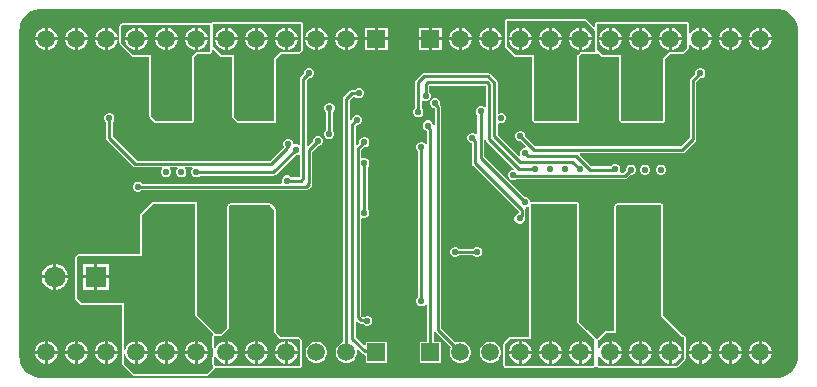
<source format=gbr>
G04*
G04 #@! TF.GenerationSoftware,Altium Limited,Altium Designer,23.8.1 (32)*
G04*
G04 Layer_Physical_Order=4*
G04 Layer_Color=16711680*
%FSLAX25Y25*%
%MOIN*%
G70*
G04*
G04 #@! TF.SameCoordinates,08085802-0E6A-4E4E-A806-44F487ACA516*
G04*
G04*
G04 #@! TF.FilePolarity,Positive*
G04*
G01*
G75*
%ADD12C,0.01000*%
%ADD67R,0.07087X0.07087*%
%ADD68C,0.07087*%
%ADD69R,0.05906X0.05906*%
%ADD70C,0.05906*%
%ADD71C,0.02200*%
G36*
X431115Y310458D02*
X432463Y310165D01*
X433730Y309621D01*
X434872Y308848D01*
X435848Y307873D01*
X436621Y306731D01*
X437164Y305464D01*
X437458Y304116D01*
X437474Y303464D01*
X437474Y194537D01*
X437458Y193884D01*
X437165Y192537D01*
X436621Y191269D01*
X435848Y190127D01*
X434873Y189152D01*
X433731Y188379D01*
X432464Y187835D01*
X431116Y187541D01*
X430464Y187525D01*
X185037Y187526D01*
X184384Y187542D01*
X183037Y187835D01*
X181769Y188379D01*
X180627Y189152D01*
X179652Y190127D01*
X178879Y191269D01*
X178335Y192536D01*
X178042Y193884D01*
X178025Y194536D01*
X178026Y303463D01*
X178042Y304115D01*
X178335Y305463D01*
X178879Y306731D01*
X179652Y307873D01*
X180627Y308848D01*
X181769Y309621D01*
X183036Y310164D01*
X184384Y310458D01*
X185036Y310474D01*
X430463D01*
X431115Y310458D01*
D02*
G37*
%LPC*%
G36*
X271871Y306149D02*
X242629D01*
X242510Y306100D01*
X242381Y306100D01*
X242289Y306062D01*
X242198Y305971D01*
X242170Y305959D01*
X242158Y305931D01*
X242115Y305888D01*
X242063Y305839D01*
X242041Y305830D01*
X241826Y305622D01*
X241406Y305635D01*
X241371Y305649D01*
X212129D01*
X212010Y305600D01*
X211881Y305600D01*
X211789Y305562D01*
X211698Y305471D01*
X211670Y305459D01*
X211658Y305431D01*
X211569Y305342D01*
X211541Y305330D01*
X211529Y305302D01*
X211438Y305211D01*
X211400Y305119D01*
X211400Y304990D01*
X211351Y304871D01*
Y299129D01*
X211400Y299010D01*
Y298881D01*
X211491Y298660D01*
X211583Y298569D01*
X211632Y298449D01*
X215449Y294632D01*
X215569Y294583D01*
X215660Y294491D01*
X215881Y294400D01*
X216010D01*
X216129Y294351D01*
X221351D01*
Y274629D01*
X221400Y274510D01*
Y274381D01*
X221491Y274160D01*
X221583Y274069D01*
X221632Y273949D01*
X222949Y272632D01*
X223069Y272583D01*
X223160Y272491D01*
X223381Y272400D01*
X223510D01*
X223629Y272351D01*
X235371D01*
X235490Y272400D01*
X235619Y272400D01*
X235711Y272438D01*
X235802Y272529D01*
X235830Y272541D01*
X235842Y272569D01*
X235931Y272658D01*
X235959Y272670D01*
X235971Y272698D01*
X236062Y272789D01*
X236100Y272881D01*
X236100Y273010D01*
X236149Y273129D01*
Y294231D01*
X237269Y295351D01*
X241371D01*
X241490Y295400D01*
X241619Y295400D01*
X241711Y295438D01*
X241802Y295529D01*
X241830Y295541D01*
X241842Y295569D01*
X241931Y295658D01*
X241959Y295670D01*
X241971Y295698D01*
X242062Y295789D01*
X242100Y295881D01*
X242100Y296010D01*
X242149Y296129D01*
Y296779D01*
X242474Y296913D01*
X242649Y296932D01*
X244949Y294632D01*
X245069Y294583D01*
X245160Y294491D01*
X245381Y294400D01*
X245510D01*
X245629Y294351D01*
X248851D01*
Y274629D01*
X248900Y274510D01*
Y274381D01*
X248991Y274160D01*
X249083Y274069D01*
X249132Y273949D01*
X250449Y272632D01*
X250569Y272583D01*
X250660Y272491D01*
X250881Y272400D01*
X251010D01*
X251129Y272351D01*
X262871D01*
X262990Y272400D01*
X263119Y272400D01*
X263211Y272438D01*
X263302Y272529D01*
X263330Y272541D01*
X263342Y272569D01*
X263431Y272658D01*
X263459Y272670D01*
X263471Y272698D01*
X263562Y272789D01*
X263600Y272881D01*
X263600Y273010D01*
X263649Y273129D01*
Y293731D01*
X264459Y294541D01*
X264459Y294541D01*
X265269Y295351D01*
X265269Y295351D01*
X270871D01*
X270990Y295400D01*
X271119D01*
X271340Y295491D01*
X271431Y295583D01*
X271551Y295632D01*
X272368Y296449D01*
X272417Y296569D01*
X272509Y296660D01*
X272600Y296881D01*
Y297010D01*
X272649Y297129D01*
Y305371D01*
X272600Y305490D01*
X272600Y305619D01*
X272562Y305711D01*
X272471Y305802D01*
X272459Y305830D01*
X272431Y305842D01*
X272342Y305931D01*
X272330Y305959D01*
X272302Y305971D01*
X272211Y306062D01*
X272119Y306100D01*
X271990Y306100D01*
X271871Y306149D01*
D02*
G37*
G36*
X300740Y304240D02*
X297500D01*
Y301000D01*
X300740D01*
Y304240D01*
D02*
G37*
G36*
X207500Y304238D02*
Y301000D01*
X210738D01*
X210485Y301944D01*
X209993Y302797D01*
X209296Y303493D01*
X208444Y303985D01*
X207500Y304238D01*
D02*
G37*
G36*
X287500D02*
Y301000D01*
X290738D01*
X290485Y301944D01*
X289993Y302797D01*
X289297Y303493D01*
X288444Y303985D01*
X287500Y304238D01*
D02*
G37*
G36*
X197500D02*
Y301000D01*
X200738D01*
X200485Y301944D01*
X199993Y302797D01*
X199296Y303493D01*
X198444Y303985D01*
X197500Y304238D01*
D02*
G37*
G36*
X277500D02*
Y301000D01*
X280738D01*
X280485Y301944D01*
X279993Y302797D01*
X279296Y303493D01*
X278444Y303985D01*
X277500Y304238D01*
D02*
G37*
G36*
X187500D02*
Y301000D01*
X190738D01*
X190485Y301944D01*
X189993Y302797D01*
X189296Y303493D01*
X188444Y303985D01*
X187500Y304238D01*
D02*
G37*
G36*
X425500D02*
Y301000D01*
X428738D01*
X428485Y301944D01*
X427993Y302797D01*
X427296Y303493D01*
X426444Y303985D01*
X425500Y304238D01*
D02*
G37*
G36*
X424500D02*
X423556Y303985D01*
X422704Y303493D01*
X422007Y302797D01*
X421515Y301944D01*
X421262Y301000D01*
X424500D01*
Y304238D01*
D02*
G37*
G36*
X415500D02*
Y301000D01*
X418738D01*
X418485Y301944D01*
X417993Y302797D01*
X417297Y303493D01*
X416444Y303985D01*
X415500Y304238D01*
D02*
G37*
G36*
X414500D02*
X413556Y303985D01*
X412704Y303493D01*
X412007Y302797D01*
X411515Y301944D01*
X411262Y301000D01*
X414500D01*
Y304238D01*
D02*
G37*
G36*
X405500D02*
Y301000D01*
X408738D01*
X408485Y301944D01*
X407993Y302797D01*
X407297Y303493D01*
X406444Y303985D01*
X405500Y304238D01*
D02*
G37*
G36*
X335500D02*
Y301000D01*
X338738D01*
X338485Y301944D01*
X337993Y302797D01*
X337297Y303493D01*
X336444Y303985D01*
X335500Y304238D01*
D02*
G37*
G36*
X334500D02*
X333556Y303985D01*
X332703Y303493D01*
X332007Y302797D01*
X331515Y301944D01*
X331262Y301000D01*
X334500D01*
Y304238D01*
D02*
G37*
G36*
X325500D02*
Y301000D01*
X328738D01*
X328485Y301944D01*
X327993Y302797D01*
X327296Y303493D01*
X326444Y303985D01*
X325500Y304238D01*
D02*
G37*
G36*
X324500D02*
X323556Y303985D01*
X322704Y303493D01*
X322007Y302797D01*
X321515Y301944D01*
X321262Y301000D01*
X324500D01*
Y304238D01*
D02*
G37*
G36*
X318740Y304240D02*
X315500D01*
Y301000D01*
X318740D01*
Y304240D01*
D02*
G37*
G36*
X314500D02*
X311260D01*
Y301000D01*
X314500D01*
Y304240D01*
D02*
G37*
G36*
X206500Y304238D02*
X205556Y303985D01*
X204703Y303493D01*
X204007Y302797D01*
X203515Y301944D01*
X203262Y301000D01*
X206500D01*
Y304238D01*
D02*
G37*
G36*
X286500D02*
X285556Y303985D01*
X284703Y303493D01*
X284007Y302797D01*
X283515Y301944D01*
X283262Y301000D01*
X286500D01*
Y304238D01*
D02*
G37*
G36*
X196500D02*
X195556Y303985D01*
X194703Y303493D01*
X194007Y302797D01*
X193515Y301944D01*
X193262Y301000D01*
X196500D01*
Y304238D01*
D02*
G37*
G36*
X276500D02*
X275556Y303985D01*
X274704Y303493D01*
X274007Y302797D01*
X273515Y301944D01*
X273262Y301000D01*
X276500D01*
Y304238D01*
D02*
G37*
G36*
X186500D02*
X185556Y303985D01*
X184704Y303493D01*
X184007Y302797D01*
X183515Y301944D01*
X183262Y301000D01*
X186500D01*
Y304238D01*
D02*
G37*
G36*
X296500Y304240D02*
X293260D01*
Y301000D01*
X296500D01*
Y304240D01*
D02*
G37*
G36*
X290738Y300000D02*
X287500D01*
Y296762D01*
X288444Y297015D01*
X289297Y297507D01*
X289993Y298203D01*
X290485Y299056D01*
X290738Y300000D01*
D02*
G37*
G36*
X280738D02*
X277500D01*
Y296762D01*
X278444Y297015D01*
X279296Y297507D01*
X279993Y298203D01*
X280485Y299056D01*
X280738Y300000D01*
D02*
G37*
G36*
X210738D02*
X207500D01*
Y296762D01*
X208444Y297015D01*
X209296Y297507D01*
X209993Y298203D01*
X210485Y299056D01*
X210738Y300000D01*
D02*
G37*
G36*
X200738D02*
X197500D01*
Y296762D01*
X198444Y297015D01*
X199296Y297507D01*
X199993Y298203D01*
X200485Y299056D01*
X200738Y300000D01*
D02*
G37*
G36*
X190738D02*
X187500D01*
Y296762D01*
X188444Y297015D01*
X189296Y297507D01*
X189993Y298203D01*
X190485Y299056D01*
X190738Y300000D01*
D02*
G37*
G36*
X428738D02*
X425500D01*
Y296762D01*
X426444Y297015D01*
X427296Y297507D01*
X427993Y298203D01*
X428485Y299056D01*
X428738Y300000D01*
D02*
G37*
G36*
X424500D02*
X421262D01*
X421515Y299056D01*
X422007Y298203D01*
X422704Y297507D01*
X423556Y297015D01*
X424500Y296762D01*
Y300000D01*
D02*
G37*
G36*
X418738D02*
X415500D01*
Y296762D01*
X416444Y297015D01*
X417297Y297507D01*
X417993Y298203D01*
X418485Y299056D01*
X418738Y300000D01*
D02*
G37*
G36*
X414500D02*
X411262D01*
X411515Y299056D01*
X412007Y298203D01*
X412704Y297507D01*
X413556Y297015D01*
X414500Y296762D01*
Y300000D01*
D02*
G37*
G36*
X408738D02*
X405500D01*
Y296762D01*
X406444Y297015D01*
X407297Y297507D01*
X407993Y298203D01*
X408485Y299056D01*
X408738Y300000D01*
D02*
G37*
G36*
X366371Y307149D02*
X340629D01*
X340510Y307100D01*
X340381Y307100D01*
X340289Y307062D01*
X340198Y306971D01*
X340170Y306959D01*
X340158Y306931D01*
X340069Y306842D01*
X340041Y306830D01*
X340029Y306802D01*
X339938Y306711D01*
X339900Y306619D01*
X339900Y306490D01*
X339851Y306371D01*
X339851Y298129D01*
X339900Y298010D01*
Y297881D01*
X339991Y297660D01*
X340083Y297569D01*
X340132Y297449D01*
X342949Y294632D01*
X343069Y294583D01*
X343160Y294491D01*
X343381Y294400D01*
X343510D01*
X343629Y294351D01*
X348851D01*
Y273629D01*
X348900Y273510D01*
Y273381D01*
X348991Y273160D01*
X349083Y273069D01*
X349132Y272949D01*
X349449Y272632D01*
X349569Y272583D01*
X349660Y272491D01*
X349881Y272400D01*
X350010D01*
X350129Y272351D01*
X363871D01*
X363990Y272400D01*
X364119Y272400D01*
X364211Y272438D01*
X364302Y272529D01*
X364330Y272541D01*
X364342Y272569D01*
X364431Y272658D01*
X364459Y272670D01*
X364471Y272698D01*
X364562Y272789D01*
X364600Y272881D01*
X364600Y273010D01*
X364649Y273129D01*
Y294731D01*
X365269Y295351D01*
X365269Y295351D01*
X369871D01*
X369990Y295400D01*
X370119Y295400D01*
X370249Y295454D01*
X370340Y295545D01*
X370459Y295594D01*
X370514Y295599D01*
X370945Y295610D01*
X371005Y295576D01*
X371949Y294632D01*
X372069Y294583D01*
X372160Y294491D01*
X372381Y294400D01*
X372510D01*
X372629Y294351D01*
X377851D01*
Y273629D01*
X377900Y273510D01*
Y273381D01*
X377991Y273160D01*
X378083Y273069D01*
X378132Y272949D01*
X378449Y272632D01*
X378569Y272583D01*
X378660Y272491D01*
X378881Y272400D01*
X379010D01*
X379129Y272351D01*
X392371D01*
X392490Y272400D01*
X392619Y272400D01*
X392711Y272438D01*
X392802Y272529D01*
X392830Y272541D01*
X392842Y272569D01*
X392931Y272658D01*
X392959Y272670D01*
X392971Y272698D01*
X393062Y272789D01*
X393100Y272881D01*
X393100Y273010D01*
X393149Y273129D01*
Y293731D01*
X393959Y294541D01*
X393959Y294541D01*
X394769Y295351D01*
X394769Y295351D01*
X398871D01*
X398990Y295400D01*
X399119D01*
X399340Y295491D01*
X399431Y295583D01*
X399551Y295632D01*
X400868Y296949D01*
X400917Y297069D01*
X401009Y297160D01*
X401100Y297381D01*
Y297510D01*
X401149Y297629D01*
Y298689D01*
X401649Y298823D01*
X402007Y298203D01*
X402704Y297507D01*
X403556Y297015D01*
X404500Y296762D01*
Y300500D01*
Y304238D01*
X403556Y303985D01*
X402704Y303493D01*
X402007Y302797D01*
X401649Y302177D01*
X401149Y302311D01*
Y305371D01*
X401100Y305490D01*
X401100Y305619D01*
X401062Y305711D01*
X400971Y305802D01*
X400959Y305830D01*
X400931Y305842D01*
X400842Y305931D01*
X400830Y305959D01*
X400802Y305971D01*
X400711Y306062D01*
X400619Y306100D01*
X400490Y306100D01*
X400371Y306149D01*
X370629D01*
X370510Y306100D01*
X370381Y306100D01*
X370289Y306062D01*
X370198Y305971D01*
X370170Y305959D01*
X370158Y305931D01*
X370069Y305842D01*
X370041Y305830D01*
X370029Y305802D01*
X369938Y305711D01*
X369900Y305619D01*
X369900Y305490D01*
X369851Y305371D01*
Y304721D01*
X369389Y304530D01*
X367051Y306868D01*
X366931Y306917D01*
X366840Y307009D01*
X366619Y307100D01*
X366490D01*
X366371Y307149D01*
D02*
G37*
G36*
X338738Y300000D02*
X335500D01*
Y296762D01*
X336444Y297015D01*
X337297Y297507D01*
X337993Y298203D01*
X338485Y299056D01*
X338738Y300000D01*
D02*
G37*
G36*
X334500D02*
X331262D01*
X331515Y299056D01*
X332007Y298203D01*
X332703Y297507D01*
X333556Y297015D01*
X334500Y296762D01*
Y300000D01*
D02*
G37*
G36*
X328738D02*
X325500D01*
Y296762D01*
X326444Y297015D01*
X327296Y297507D01*
X327993Y298203D01*
X328485Y299056D01*
X328738Y300000D01*
D02*
G37*
G36*
X324500D02*
X321262D01*
X321515Y299056D01*
X322007Y298203D01*
X322704Y297507D01*
X323556Y297015D01*
X324500Y296762D01*
Y300000D01*
D02*
G37*
G36*
X286500D02*
X283262D01*
X283515Y299056D01*
X284007Y298203D01*
X284703Y297507D01*
X285556Y297015D01*
X286500Y296762D01*
Y300000D01*
D02*
G37*
G36*
X276500D02*
X273262D01*
X273515Y299056D01*
X274007Y298203D01*
X274704Y297507D01*
X275556Y297015D01*
X276500Y296762D01*
Y300000D01*
D02*
G37*
G36*
X206500D02*
X203262D01*
X203515Y299056D01*
X204007Y298203D01*
X204703Y297507D01*
X205556Y297015D01*
X206500Y296762D01*
Y300000D01*
D02*
G37*
G36*
X196500D02*
X193262D01*
X193515Y299056D01*
X194007Y298203D01*
X194703Y297507D01*
X195556Y297015D01*
X196500Y296762D01*
Y300000D01*
D02*
G37*
G36*
X186500D02*
X183262D01*
X183515Y299056D01*
X184007Y298203D01*
X184704Y297507D01*
X185556Y297015D01*
X186500Y296762D01*
Y300000D01*
D02*
G37*
G36*
X318740D02*
X315500D01*
Y296760D01*
X318740D01*
Y300000D01*
D02*
G37*
G36*
X314500D02*
X311260D01*
Y296760D01*
X314500D01*
Y300000D01*
D02*
G37*
G36*
X300740D02*
X297500D01*
Y296760D01*
X300740D01*
Y300000D01*
D02*
G37*
G36*
X296500D02*
X293260D01*
Y296760D01*
X296500D01*
Y300000D01*
D02*
G37*
G36*
X291442Y284068D02*
X290766D01*
X290141Y283810D01*
X289821Y283490D01*
X288868D01*
X288868Y283490D01*
X288439Y283405D01*
X288075Y283161D01*
X288075Y283161D01*
X286207Y281293D01*
X285964Y280929D01*
X285878Y280500D01*
X285878Y280500D01*
Y199378D01*
X285629Y199311D01*
X284819Y198843D01*
X284157Y198181D01*
X283689Y197371D01*
X283447Y196468D01*
Y195532D01*
X283689Y194629D01*
X284157Y193819D01*
X284819Y193157D01*
X285629Y192689D01*
X286532Y192447D01*
X287468D01*
X288371Y192689D01*
X289181Y193157D01*
X289843Y193819D01*
X290311Y194629D01*
X290553Y195532D01*
Y196468D01*
X290485Y196722D01*
X290933Y196981D01*
X292340Y195574D01*
X292340Y195574D01*
X292704Y195331D01*
X293133Y195245D01*
X293447Y194900D01*
Y192447D01*
X300553D01*
Y199553D01*
X293447D01*
Y198292D01*
X292985Y198101D01*
X290122Y200965D01*
Y206139D01*
X290583Y206330D01*
X290977Y205937D01*
X290977Y205937D01*
X291341Y205693D01*
X291770Y205608D01*
X292529D01*
X292559Y205537D01*
X293037Y205059D01*
X293662Y204800D01*
X294338D01*
X294963Y205059D01*
X295441Y205537D01*
X295700Y206162D01*
Y206838D01*
X295441Y207463D01*
X294963Y207941D01*
X294338Y208200D01*
X293662D01*
X293037Y207941D01*
X292947Y207851D01*
X292235D01*
X291921Y208165D01*
Y240565D01*
X292422Y240899D01*
X292662Y240800D01*
X293338D01*
X293963Y241059D01*
X294441Y241537D01*
X294700Y242162D01*
Y242838D01*
X294441Y243463D01*
X294122Y243783D01*
Y257717D01*
X294441Y258037D01*
X294700Y258662D01*
Y259338D01*
X294441Y259963D01*
X293963Y260441D01*
X293338Y260700D01*
X292662D01*
X292422Y260600D01*
X291921Y260935D01*
Y263335D01*
X292886Y264300D01*
X293338D01*
X293963Y264559D01*
X294441Y265037D01*
X294700Y265662D01*
Y266338D01*
X294441Y266963D01*
X293963Y267441D01*
X293338Y267700D01*
X292662D01*
X292037Y267441D01*
X291559Y266963D01*
X291300Y266338D01*
Y265886D01*
X290583Y265170D01*
X290122Y265361D01*
Y271535D01*
X290386Y271800D01*
X290838D01*
X291463Y272059D01*
X291941Y272537D01*
X292200Y273162D01*
Y273838D01*
X291941Y274463D01*
X291463Y274941D01*
X290838Y275200D01*
X290162D01*
X289537Y274941D01*
X289059Y274463D01*
X288800Y273838D01*
Y273675D01*
X288621Y273547D01*
X288122Y273803D01*
Y280035D01*
X289325Y281239D01*
X289830D01*
X290141Y280927D01*
X290766Y280668D01*
X291442D01*
X292067Y280927D01*
X292545Y281405D01*
X292804Y282030D01*
Y282707D01*
X292545Y283331D01*
X292067Y283810D01*
X291442Y284068D01*
D02*
G37*
G36*
X405338Y290700D02*
X404662D01*
X404037Y290441D01*
X403559Y289963D01*
X403300Y289338D01*
Y288886D01*
X401707Y287293D01*
X401464Y286929D01*
X401378Y286500D01*
X401378Y286500D01*
Y267465D01*
X398535Y264621D01*
X349965D01*
X346700Y267886D01*
Y268338D01*
X346441Y268963D01*
X345963Y269441D01*
X345338Y269700D01*
X344662D01*
X344037Y269441D01*
X343559Y268963D01*
X343300Y268338D01*
Y267662D01*
X343559Y267037D01*
X344037Y266559D01*
X344662Y266300D01*
X345114D01*
X346714Y264700D01*
X346507Y264200D01*
X346162D01*
X345537Y263941D01*
X345059Y263463D01*
X344800Y262838D01*
Y262162D01*
X344998Y261684D01*
X344574Y261401D01*
X337421Y268553D01*
Y272065D01*
X337922Y272399D01*
X338162Y272300D01*
X338838D01*
X339463Y272559D01*
X339941Y273037D01*
X340200Y273662D01*
Y274338D01*
X339941Y274963D01*
X339463Y275441D01*
X338838Y275700D01*
X338162D01*
X337922Y275601D01*
X337421Y275935D01*
Y285877D01*
X337422Y285877D01*
X337336Y286306D01*
X337093Y286670D01*
X337093Y286670D01*
X334970Y288793D01*
X334606Y289036D01*
X334177Y289122D01*
X334177Y289122D01*
X313000D01*
X313000Y289122D01*
X312571Y289036D01*
X312207Y288793D01*
X312207Y288793D01*
X310207Y286793D01*
X309964Y286429D01*
X309878Y286000D01*
X309878Y286000D01*
Y277283D01*
X309559Y276963D01*
X309300Y276338D01*
Y275662D01*
X309559Y275037D01*
X310037Y274559D01*
X310662Y274300D01*
X311338D01*
X311963Y274559D01*
X312441Y275037D01*
X312700Y275662D01*
Y276338D01*
X312441Y276963D01*
X312122Y277283D01*
Y279821D01*
X312621Y280024D01*
X313162Y279800D01*
X313838D01*
X314463Y280059D01*
X314595Y280191D01*
X314694Y280290D01*
X315059Y279963D01*
X315002Y279827D01*
X314800Y279338D01*
Y278662D01*
X315059Y278037D01*
X315537Y277559D01*
X316162Y277300D01*
X316378D01*
Y271726D01*
X315879Y271492D01*
X315806Y271552D01*
Y271944D01*
X315547Y272569D01*
X315069Y273047D01*
X314444Y273306D01*
X313768D01*
X313143Y273047D01*
X312664Y272569D01*
X312406Y271944D01*
Y271268D01*
X312664Y270643D01*
X313143Y270164D01*
X313768Y269906D01*
X313878D01*
Y265568D01*
X313674Y265467D01*
X313379Y265415D01*
X312963Y265830D01*
X312338Y266089D01*
X311662D01*
X311037Y265830D01*
X310559Y265352D01*
X310300Y264727D01*
Y264051D01*
X310559Y263426D01*
X310878Y263106D01*
Y214283D01*
X310559Y213963D01*
X310300Y213338D01*
Y212662D01*
X310559Y212037D01*
X311037Y211559D01*
X311662Y211300D01*
X312338D01*
X312963Y211559D01*
X313379Y211974D01*
X313674Y211922D01*
X313878Y211821D01*
Y199553D01*
X311447D01*
Y192447D01*
X318553D01*
Y199553D01*
X316122D01*
Y202683D01*
X316621Y202835D01*
X316707Y202707D01*
X321819Y197595D01*
X321689Y197371D01*
X321447Y196468D01*
Y195532D01*
X321689Y194629D01*
X322157Y193819D01*
X322819Y193157D01*
X323629Y192689D01*
X324532Y192447D01*
X325468D01*
X326371Y192689D01*
X327181Y193157D01*
X327843Y193819D01*
X328311Y194629D01*
X328553Y195532D01*
Y196468D01*
X328311Y197371D01*
X327843Y198181D01*
X327181Y198843D01*
X326371Y199311D01*
X325468Y199553D01*
X324532D01*
X323629Y199311D01*
X323405Y199181D01*
X318621Y203965D01*
Y277814D01*
X318536Y278243D01*
X318293Y278607D01*
X318293Y278607D01*
X318200Y278700D01*
Y279338D01*
X317941Y279963D01*
X317463Y280441D01*
X316838Y280700D01*
X316162D01*
X315537Y280441D01*
X315405Y280309D01*
X315306Y280210D01*
X314941Y280537D01*
X314998Y280673D01*
X315200Y281162D01*
Y281838D01*
X314941Y282463D01*
X314621Y282783D01*
Y284878D01*
X333379D01*
Y277833D01*
X332878Y277626D01*
X332763Y277741D01*
X332138Y278000D01*
X331462D01*
X330837Y277741D01*
X330359Y277263D01*
X330100Y276638D01*
Y275962D01*
X330359Y275337D01*
X330679Y275017D01*
Y268933D01*
X330178Y268726D01*
X329963Y268941D01*
X329338Y269200D01*
X328662D01*
X328037Y268941D01*
X327559Y268463D01*
X327300Y267838D01*
Y267162D01*
X327559Y266537D01*
X328037Y266059D01*
X328662Y265800D01*
X328878D01*
Y259000D01*
X328878Y259000D01*
X328964Y258571D01*
X329207Y258207D01*
X344378Y243035D01*
Y242313D01*
X343766Y242059D01*
X343288Y241581D01*
X343029Y240956D01*
Y240280D01*
X343288Y239655D01*
X343766Y239177D01*
X344391Y238918D01*
X345068D01*
X345692Y239177D01*
X346171Y239655D01*
X346429Y240280D01*
Y240956D01*
X346386Y241060D01*
X346536Y241284D01*
X346622Y241714D01*
X346621Y241714D01*
Y243500D01*
X346622Y243500D01*
X346562Y243800D01*
X346819Y244266D01*
X346879Y244317D01*
X347351Y244512D01*
X347851Y244293D01*
Y201149D01*
X341629D01*
X341510Y201100D01*
X341381D01*
X341160Y201009D01*
X341069Y200917D01*
X340949Y200868D01*
X339632Y199551D01*
X339583Y199431D01*
X339491Y199340D01*
X339400Y199119D01*
Y198990D01*
X339351Y198871D01*
Y191629D01*
X339400Y191510D01*
X339400Y191381D01*
X339438Y191289D01*
X339529Y191198D01*
X339541Y191170D01*
X339569Y191158D01*
X339658Y191069D01*
X339670Y191041D01*
X339698Y191029D01*
X339789Y190938D01*
X339881Y190900D01*
X340010Y190900D01*
X340129Y190851D01*
X368946D01*
X369038Y190813D01*
X369157Y190862D01*
X369287D01*
X369748Y191053D01*
X369840Y191145D01*
X369948Y191189D01*
X369969Y191195D01*
X370360Y191226D01*
X370506Y191178D01*
X370541Y191094D01*
X370660Y191045D01*
X370752Y190954D01*
X370881Y190900D01*
X371010D01*
X371129Y190851D01*
X396871D01*
X396990Y190900D01*
X397119D01*
X397340Y190991D01*
X397431Y191083D01*
X397551Y191132D01*
X399868Y193449D01*
X399941Y193627D01*
X400047Y193788D01*
X400138Y194273D01*
X400125Y194335D01*
X400149Y194394D01*
Y200871D01*
X400100Y200990D01*
X400100Y201119D01*
X400062Y201211D01*
X399971Y201302D01*
X399959Y201330D01*
X399931Y201342D01*
X399842Y201431D01*
X399830Y201459D01*
X399802Y201471D01*
X399711Y201562D01*
X399619Y201600D01*
X399490Y201600D01*
X399371Y201649D01*
X399269D01*
X392649Y208269D01*
Y244871D01*
X392600Y244990D01*
X392600Y245119D01*
X392562Y245211D01*
X392471Y245302D01*
X392459Y245330D01*
X392431Y245342D01*
X392342Y245431D01*
X392330Y245459D01*
X392302Y245471D01*
X392211Y245562D01*
X392119Y245600D01*
X391990Y245600D01*
X391871Y245649D01*
X377129D01*
X377010Y245600D01*
X376881Y245600D01*
X376789Y245562D01*
X376698Y245471D01*
X376670Y245459D01*
X376658Y245431D01*
X376569Y245342D01*
X376541Y245330D01*
X376529Y245302D01*
X376438Y245211D01*
X376400Y245119D01*
X376400Y244990D01*
X376351Y244871D01*
Y203149D01*
X373629D01*
X373510Y203100D01*
X373381D01*
X373160Y203009D01*
X373069Y202917D01*
X372949Y202868D01*
X370630Y200548D01*
X370630Y200548D01*
X370611Y200530D01*
X370356Y200539D01*
X370085Y200656D01*
X370009Y200840D01*
X369917Y200931D01*
X369868Y201051D01*
X367304Y203614D01*
X364649Y206269D01*
Y245371D01*
X364600Y245490D01*
X364600Y245619D01*
X364562Y245711D01*
X364471Y245802D01*
X364459Y245830D01*
X364431Y245842D01*
X364342Y245931D01*
X364330Y245959D01*
X364302Y245971D01*
X364211Y246062D01*
X364119Y246100D01*
X363990Y246100D01*
X363871Y246149D01*
X348500D01*
X348119Y246533D01*
X347941Y246963D01*
X347463Y247441D01*
X346838Y247700D01*
X346386D01*
X332922Y261165D01*
Y266734D01*
X333421Y266783D01*
X333464Y266571D01*
X333707Y266207D01*
X342714Y257200D01*
X342507Y256700D01*
X342162D01*
X341537Y256441D01*
X341059Y255963D01*
X340800Y255338D01*
Y254662D01*
X341059Y254037D01*
X341537Y253559D01*
X342162Y253300D01*
X342838D01*
X343463Y253559D01*
X343583Y253678D01*
X379800D01*
X379800Y253678D01*
X380229Y253764D01*
X380593Y254007D01*
X381758Y255172D01*
X382210D01*
X382835Y255431D01*
X383313Y255909D01*
X383572Y256534D01*
Y257210D01*
X383313Y257835D01*
X382835Y258313D01*
X382210Y258572D01*
X381534D01*
X380909Y258313D01*
X380431Y257835D01*
X380172Y257210D01*
Y256758D01*
X379335Y255922D01*
X378557D01*
X378222Y256422D01*
X378322Y256662D01*
Y257338D01*
X378063Y257963D01*
X377585Y258441D01*
X376960Y258700D01*
X376284D01*
X375659Y258441D01*
X375212Y257994D01*
X368593D01*
X364708Y261878D01*
X364915Y262379D01*
X399000D01*
X399000Y262378D01*
X399429Y262464D01*
X399793Y262707D01*
X403293Y266207D01*
X403293Y266207D01*
X403536Y266571D01*
X403622Y267000D01*
X403621Y267000D01*
Y286035D01*
X404886Y287300D01*
X405338D01*
X405963Y287559D01*
X406441Y288037D01*
X406700Y288662D01*
Y289338D01*
X406441Y289963D01*
X405963Y290441D01*
X405338Y290700D01*
D02*
G37*
G36*
X281696Y279058D02*
X281020D01*
X280395Y278800D01*
X279917Y278321D01*
X279658Y277696D01*
Y277020D01*
X279917Y276395D01*
X280237Y276076D01*
Y270141D01*
X279775Y269679D01*
X279517Y269055D01*
Y268378D01*
X279775Y267754D01*
X280254Y267275D01*
X280878Y267017D01*
X281555D01*
X282179Y267275D01*
X282658Y267754D01*
X282916Y268378D01*
Y269055D01*
X282658Y269679D01*
X282480Y269857D01*
Y276076D01*
X282800Y276395D01*
X283058Y277020D01*
Y277696D01*
X282800Y278321D01*
X282321Y278800D01*
X281696Y279058D01*
D02*
G37*
G36*
X274838Y290700D02*
X274162D01*
X273537Y290441D01*
X273059Y289963D01*
X272800Y289338D01*
Y288886D01*
X271907Y287993D01*
X271664Y287629D01*
X271578Y287200D01*
X271579Y287200D01*
Y265279D01*
X271078Y265076D01*
X270538Y265300D01*
X269862D01*
X269800Y265274D01*
X269300Y265609D01*
Y265838D01*
X269041Y266463D01*
X268563Y266941D01*
X267938Y267200D01*
X267262D01*
X266637Y266941D01*
X266159Y266463D01*
X265900Y265838D01*
Y265162D01*
X266127Y264613D01*
X261436Y259922D01*
X217165D01*
X209121Y267965D01*
Y272717D01*
X209441Y273037D01*
X209700Y273662D01*
Y274338D01*
X209441Y274963D01*
X208963Y275441D01*
X208338Y275700D01*
X207662D01*
X207037Y275441D01*
X206559Y274963D01*
X206300Y274338D01*
Y273662D01*
X206559Y273037D01*
X206878Y272717D01*
Y267500D01*
X206878Y267500D01*
X206964Y267071D01*
X207207Y266707D01*
X215907Y258007D01*
X215907Y258007D01*
X216271Y257764D01*
X216700Y257678D01*
X216700Y257679D01*
X225425D01*
X225633Y257178D01*
X225417Y256963D01*
X225158Y256338D01*
Y255662D01*
X225417Y255037D01*
X225895Y254559D01*
X226520Y254300D01*
X227196D01*
X227821Y254559D01*
X228299Y255037D01*
X228558Y255662D01*
Y256338D01*
X228299Y256963D01*
X228084Y257178D01*
X228291Y257679D01*
X230496D01*
X230703Y257178D01*
X230488Y256963D01*
X230229Y256338D01*
Y255662D01*
X230488Y255037D01*
X230966Y254559D01*
X231591Y254300D01*
X232267D01*
X232892Y254559D01*
X233370Y255037D01*
X233629Y255662D01*
Y256338D01*
X233370Y256963D01*
X233155Y257178D01*
X233362Y257679D01*
X235567D01*
X235774Y257178D01*
X235559Y256963D01*
X235300Y256338D01*
Y255662D01*
X235559Y255037D01*
X236037Y254559D01*
X236662Y254300D01*
X237338D01*
X237963Y254559D01*
X238283Y254878D01*
X262600D01*
X262600Y254878D01*
X263029Y254964D01*
X263393Y255207D01*
X270086Y261900D01*
X270538D01*
X271078Y262124D01*
X271579Y261921D01*
Y254450D01*
X271450Y254322D01*
X268565D01*
X268163Y254724D01*
X267538Y254982D01*
X266862D01*
X266237Y254724D01*
X265759Y254245D01*
X265500Y253621D01*
Y252944D01*
X265599Y252704D01*
X265265Y252204D01*
X218900D01*
X218463Y252641D01*
X217838Y252900D01*
X217162D01*
X216537Y252641D01*
X216059Y252163D01*
X215800Y251538D01*
Y250862D01*
X216059Y250237D01*
X216537Y249759D01*
X217162Y249500D01*
X217838D01*
X218463Y249759D01*
X218665Y249961D01*
X273493D01*
X273493Y249961D01*
X273922Y250046D01*
X274286Y250289D01*
X274436Y250440D01*
X274707Y250621D01*
X275237Y251151D01*
X275480Y251515D01*
X275511Y251669D01*
X275530Y251681D01*
X275565Y251938D01*
X275565Y251938D01*
X275565Y251939D01*
X275566Y251944D01*
X275627Y252414D01*
X275622D01*
Y262914D01*
X277397Y264690D01*
X277849D01*
X278474Y264949D01*
X278952Y265427D01*
X279211Y266052D01*
Y266728D01*
X278952Y267353D01*
X278474Y267831D01*
X277849Y268090D01*
X277173D01*
X276548Y267831D01*
X276070Y267353D01*
X275811Y266728D01*
Y266276D01*
X274284Y264748D01*
X273821Y264940D01*
Y286735D01*
X274386Y287300D01*
X274838D01*
X275463Y287559D01*
X275941Y288037D01*
X276200Y288662D01*
Y289338D01*
X275941Y289963D01*
X275463Y290441D01*
X274838Y290700D01*
D02*
G37*
G36*
X392210Y258572D02*
X391534D01*
X390909Y258313D01*
X390431Y257835D01*
X390172Y257210D01*
Y256534D01*
X390431Y255909D01*
X390909Y255431D01*
X391534Y255172D01*
X392210D01*
X392835Y255431D01*
X393313Y255909D01*
X393572Y256534D01*
Y257210D01*
X393313Y257835D01*
X392835Y258313D01*
X392210Y258572D01*
D02*
G37*
G36*
X386838D02*
X386162D01*
X385537Y258313D01*
X385059Y257835D01*
X384800Y257210D01*
Y256534D01*
X385059Y255909D01*
X385537Y255431D01*
X386162Y255172D01*
X386838D01*
X387463Y255431D01*
X387941Y255909D01*
X388200Y256534D01*
Y257210D01*
X387941Y257835D01*
X387463Y258313D01*
X386838Y258572D01*
D02*
G37*
G36*
X323685Y231200D02*
X323009D01*
X322384Y230941D01*
X321906Y230463D01*
X321647Y229838D01*
Y229162D01*
X321906Y228537D01*
X322384Y228059D01*
X323009Y227800D01*
X323685D01*
X324310Y228059D01*
X324580Y228328D01*
X329267D01*
X329637Y227959D01*
X330262Y227700D01*
X330938D01*
X331563Y227959D01*
X332041Y228437D01*
X332300Y229062D01*
Y229738D01*
X332041Y230363D01*
X331563Y230841D01*
X330938Y231100D01*
X330262D01*
X329637Y230841D01*
X329367Y230572D01*
X324680D01*
X324310Y230941D01*
X323685Y231200D01*
D02*
G37*
G36*
X190291Y225531D02*
X190220D01*
Y221700D01*
X194051D01*
Y221770D01*
X193756Y222872D01*
X193186Y223859D01*
X192380Y224665D01*
X191392Y225236D01*
X190291Y225531D01*
D02*
G37*
G36*
X189220D02*
X189150D01*
X188049Y225236D01*
X187061Y224665D01*
X186255Y223859D01*
X185685Y222872D01*
X185390Y221770D01*
Y221700D01*
X189220D01*
Y225531D01*
D02*
G37*
G36*
X194051Y220700D02*
X190220D01*
Y216869D01*
X190291D01*
X191392Y217164D01*
X192380Y217735D01*
X193186Y218541D01*
X193756Y219528D01*
X194051Y220630D01*
Y220700D01*
D02*
G37*
G36*
X189220D02*
X185390D01*
Y220630D01*
X185685Y219528D01*
X186255Y218541D01*
X187061Y217735D01*
X188049Y217164D01*
X189150Y216869D01*
X189220D01*
Y220700D01*
D02*
G37*
G36*
X207500Y199738D02*
Y196500D01*
X210738D01*
X210485Y197444D01*
X209993Y198296D01*
X209296Y198993D01*
X208444Y199485D01*
X207500Y199738D01*
D02*
G37*
G36*
X197500D02*
Y196500D01*
X200738D01*
X200485Y197444D01*
X199993Y198296D01*
X199296Y198993D01*
X198444Y199485D01*
X197500Y199738D01*
D02*
G37*
G36*
X187500D02*
Y196500D01*
X190738D01*
X190485Y197444D01*
X189993Y198296D01*
X189296Y198993D01*
X188444Y199485D01*
X187500Y199738D01*
D02*
G37*
G36*
X425500D02*
Y196500D01*
X428738D01*
X428485Y197444D01*
X427993Y198296D01*
X427296Y198993D01*
X426444Y199485D01*
X425500Y199738D01*
D02*
G37*
G36*
X424500D02*
X423556Y199485D01*
X422704Y198993D01*
X422007Y198296D01*
X421515Y197444D01*
X421262Y196500D01*
X424500D01*
Y199738D01*
D02*
G37*
G36*
X415500D02*
Y196500D01*
X418738D01*
X418485Y197444D01*
X417993Y198296D01*
X417297Y198993D01*
X416444Y199485D01*
X415500Y199738D01*
D02*
G37*
G36*
X414500D02*
X413556Y199485D01*
X412704Y198993D01*
X412007Y198296D01*
X411515Y197444D01*
X411262Y196500D01*
X414500D01*
Y199738D01*
D02*
G37*
G36*
X405500D02*
Y196500D01*
X408738D01*
X408485Y197444D01*
X407993Y198296D01*
X407297Y198993D01*
X406444Y199485D01*
X405500Y199738D01*
D02*
G37*
G36*
X404500D02*
X403556Y199485D01*
X402704Y198993D01*
X402007Y198296D01*
X401515Y197444D01*
X401262Y196500D01*
X404500D01*
Y199738D01*
D02*
G37*
G36*
X206500D02*
X205556Y199485D01*
X204703Y198993D01*
X204007Y198296D01*
X203515Y197444D01*
X203262Y196500D01*
X206500D01*
Y199738D01*
D02*
G37*
G36*
X196500D02*
X195556Y199485D01*
X194703Y198993D01*
X194007Y198296D01*
X193515Y197444D01*
X193262Y196500D01*
X196500D01*
Y199738D01*
D02*
G37*
G36*
X186500D02*
X185556Y199485D01*
X184704Y198993D01*
X184007Y198296D01*
X183515Y197444D01*
X183262Y196500D01*
X186500D01*
Y199738D01*
D02*
G37*
G36*
X335468Y199553D02*
X334532D01*
X333629Y199311D01*
X332819Y198843D01*
X332157Y198181D01*
X331689Y197371D01*
X331447Y196468D01*
Y195532D01*
X331689Y194629D01*
X332157Y193819D01*
X332819Y193157D01*
X333629Y192689D01*
X334532Y192447D01*
X335468D01*
X336371Y192689D01*
X337181Y193157D01*
X337843Y193819D01*
X338311Y194629D01*
X338553Y195532D01*
Y196468D01*
X338311Y197371D01*
X337843Y198181D01*
X337181Y198843D01*
X336371Y199311D01*
X335468Y199553D01*
D02*
G37*
G36*
X277468D02*
X276532D01*
X275629Y199311D01*
X274819Y198843D01*
X274157Y198181D01*
X273689Y197371D01*
X273447Y196468D01*
Y195532D01*
X273689Y194629D01*
X274157Y193819D01*
X274819Y193157D01*
X275629Y192689D01*
X276532Y192447D01*
X277468D01*
X278371Y192689D01*
X279181Y193157D01*
X279843Y193819D01*
X280311Y194629D01*
X280553Y195532D01*
Y196468D01*
X280311Y197371D01*
X279843Y198181D01*
X279181Y198843D01*
X278371Y199311D01*
X277468Y199553D01*
D02*
G37*
G36*
X210738Y195500D02*
X207500D01*
Y192262D01*
X208444Y192515D01*
X209296Y193007D01*
X209993Y193703D01*
X210485Y194556D01*
X210738Y195500D01*
D02*
G37*
G36*
X200738D02*
X197500D01*
Y192262D01*
X198444Y192515D01*
X199296Y193007D01*
X199993Y193703D01*
X200485Y194556D01*
X200738Y195500D01*
D02*
G37*
G36*
X190738D02*
X187500D01*
Y192262D01*
X188444Y192515D01*
X189296Y193007D01*
X189993Y193703D01*
X190485Y194556D01*
X190738Y195500D01*
D02*
G37*
G36*
X428738D02*
X425500D01*
Y192262D01*
X426444Y192515D01*
X427296Y193007D01*
X427993Y193703D01*
X428485Y194556D01*
X428738Y195500D01*
D02*
G37*
G36*
X424500D02*
X421262D01*
X421515Y194556D01*
X422007Y193703D01*
X422704Y193007D01*
X423556Y192515D01*
X424500Y192262D01*
Y195500D01*
D02*
G37*
G36*
X418738D02*
X415500D01*
Y192262D01*
X416444Y192515D01*
X417297Y193007D01*
X417993Y193703D01*
X418485Y194556D01*
X418738Y195500D01*
D02*
G37*
G36*
X414500D02*
X411262D01*
X411515Y194556D01*
X412007Y193703D01*
X412704Y193007D01*
X413556Y192515D01*
X414500Y192262D01*
Y195500D01*
D02*
G37*
G36*
X408738D02*
X405500D01*
Y192262D01*
X406444Y192515D01*
X407297Y193007D01*
X407993Y193703D01*
X408485Y194556D01*
X408738Y195500D01*
D02*
G37*
G36*
X404500D02*
X401262D01*
X401515Y194556D01*
X402007Y193703D01*
X402704Y193007D01*
X403556Y192515D01*
X404500Y192262D01*
Y195500D01*
D02*
G37*
G36*
X206500D02*
X203262D01*
X203515Y194556D01*
X204007Y193703D01*
X204703Y193007D01*
X205556Y192515D01*
X206500Y192262D01*
Y195500D01*
D02*
G37*
G36*
X196500D02*
X193262D01*
X193515Y194556D01*
X194007Y193703D01*
X194703Y193007D01*
X195556Y192515D01*
X196500Y192262D01*
Y195500D01*
D02*
G37*
G36*
X186500D02*
X183262D01*
X183515Y194556D01*
X184007Y193703D01*
X184704Y193007D01*
X185556Y192515D01*
X186500Y192262D01*
Y195500D01*
D02*
G37*
G36*
X236600Y246149D02*
X222600D01*
X222141Y245959D01*
X218541Y242359D01*
X218351Y241900D01*
Y228649D01*
X197500D01*
X197041Y228459D01*
X196841Y228259D01*
X196651Y227800D01*
Y213900D01*
X196841Y213441D01*
X198441Y211841D01*
X198900Y211651D01*
X212151D01*
Y196708D01*
X212231Y196515D01*
X212285Y196313D01*
X212324Y196290D01*
X212325Y196286D01*
X212341Y196211D01*
Y195790D01*
X212325Y195714D01*
X212324Y195710D01*
X212285Y195687D01*
X212231Y195485D01*
X212151Y195292D01*
Y192200D01*
X212341Y191741D01*
X215741Y188341D01*
X216200Y188151D01*
X240500D01*
X240959Y188341D01*
X242859Y190241D01*
X242982Y190537D01*
X242997Y190570D01*
X243158Y190719D01*
X243300Y190781D01*
X243543Y190859D01*
X243609D01*
X243629Y190851D01*
X271371D01*
X271490Y190900D01*
X271619Y190900D01*
X271711Y190938D01*
X271802Y191029D01*
X271830Y191041D01*
X271842Y191069D01*
X271931Y191158D01*
X271959Y191170D01*
X271971Y191198D01*
X272062Y191289D01*
X272100Y191381D01*
X272100Y191510D01*
X272149Y191629D01*
Y199871D01*
X272100Y199990D01*
Y200119D01*
X272009Y200340D01*
X271917Y200431D01*
X271868Y200551D01*
X271551Y200868D01*
X271431Y200917D01*
X271340Y201009D01*
X271119Y201100D01*
X270990D01*
X270871Y201149D01*
X265269D01*
X263649Y202769D01*
X263649Y202769D01*
Y243371D01*
X263600Y243490D01*
Y243619D01*
X263509Y243840D01*
X263417Y243931D01*
X263368Y244051D01*
X262051Y245368D01*
X261931Y245417D01*
X261840Y245509D01*
X261619Y245600D01*
X261490D01*
X261371Y245649D01*
X248129D01*
X248010Y245600D01*
X247881Y245600D01*
X247789Y245562D01*
X247698Y245471D01*
X247670Y245459D01*
X247658Y245431D01*
X247569Y245342D01*
X247541Y245330D01*
X247529Y245302D01*
X247438Y245211D01*
X247400Y245119D01*
X247400Y244990D01*
X247351Y244871D01*
Y204269D01*
X245231Y202149D01*
X243049D01*
Y202300D01*
X242859Y202759D01*
X237249Y208369D01*
Y245500D01*
X237059Y245959D01*
X236600Y246149D01*
D02*
G37*
%LPD*%
G36*
X271962Y305462D02*
X272000Y305371D01*
Y297129D01*
X271909Y296909D01*
X271091Y296091D01*
X270871Y296000D01*
X265000D01*
X264810Y295810D01*
X264810Y295810D01*
X264000Y295000D01*
X263000Y294000D01*
Y293731D01*
Y273129D01*
X262962Y273038D01*
X262871Y273000D01*
X251129D01*
X250909Y273091D01*
X249591Y274409D01*
X249500Y274629D01*
Y294351D01*
Y295000D01*
X245629D01*
X245409Y295091D01*
X243071Y297429D01*
X242500Y298000D01*
Y303000D01*
Y305371D01*
X242538Y305462D01*
X242629Y305500D01*
X271871D01*
X271962Y305462D01*
D02*
G37*
G36*
X241500Y304946D02*
Y296129D01*
X241462Y296038D01*
X241371Y296000D01*
X237000D01*
X236810Y295810D01*
X236810Y295810D01*
X235690Y294690D01*
X235500Y294500D01*
Y273129D01*
X235462Y273038D01*
X235371Y273000D01*
X223629D01*
X223409Y273091D01*
X222091Y274409D01*
X222000Y274629D01*
Y294351D01*
Y295000D01*
X216129D01*
X215909Y295091D01*
X212091Y298909D01*
X212000Y299129D01*
Y304871D01*
X212038Y304962D01*
X212129Y305000D01*
X241371D01*
X241500Y304946D01*
D02*
G37*
%LPC*%
G36*
X257500Y304238D02*
Y301000D01*
X260738D01*
X260485Y301944D01*
X259993Y302797D01*
X259296Y303493D01*
X258444Y303985D01*
X257500Y304238D01*
D02*
G37*
G36*
X267500D02*
Y301000D01*
X270738D01*
X270485Y301944D01*
X269993Y302797D01*
X269297Y303493D01*
X268444Y303985D01*
X267500Y304238D01*
D02*
G37*
G36*
X247500D02*
Y301000D01*
X250738D01*
X250485Y301944D01*
X249993Y302797D01*
X249296Y303493D01*
X248444Y303985D01*
X247500Y304238D01*
D02*
G37*
G36*
X256500D02*
X255556Y303985D01*
X254703Y303493D01*
X254007Y302797D01*
X253515Y301944D01*
X253262Y301000D01*
X256500D01*
Y304238D01*
D02*
G37*
G36*
X266500D02*
X265556Y303985D01*
X264703Y303493D01*
X264007Y302797D01*
X263515Y301944D01*
X263262Y301000D01*
X266500D01*
Y304238D01*
D02*
G37*
G36*
X246500D02*
X245556Y303985D01*
X244704Y303493D01*
X244007Y302797D01*
X243515Y301944D01*
X243262Y301000D01*
X246500D01*
Y304238D01*
D02*
G37*
G36*
X270738Y300000D02*
X267500D01*
Y296762D01*
X268444Y297015D01*
X269297Y297507D01*
X269993Y298203D01*
X270485Y299056D01*
X270738Y300000D01*
D02*
G37*
G36*
X260738D02*
X257500D01*
Y296762D01*
X258444Y297015D01*
X259296Y297507D01*
X259993Y298203D01*
X260485Y299056D01*
X260738Y300000D01*
D02*
G37*
G36*
X250738D02*
X247500D01*
Y296762D01*
X248444Y297015D01*
X249296Y297507D01*
X249993Y298203D01*
X250485Y299056D01*
X250738Y300000D01*
D02*
G37*
G36*
X266500D02*
X263262D01*
X263515Y299056D01*
X264007Y298203D01*
X264703Y297507D01*
X265556Y297015D01*
X266500Y296762D01*
Y300000D01*
D02*
G37*
G36*
X256500D02*
X253262D01*
X253515Y299056D01*
X254007Y298203D01*
X254703Y297507D01*
X255556Y297015D01*
X256500Y296762D01*
Y300000D01*
D02*
G37*
G36*
X246500D02*
X243262D01*
X243515Y299056D01*
X244007Y298203D01*
X244704Y297507D01*
X245556Y297015D01*
X246500Y296762D01*
Y300000D01*
D02*
G37*
G36*
X237500Y304238D02*
Y301000D01*
X240738D01*
X240485Y301944D01*
X239993Y302797D01*
X239297Y303493D01*
X238444Y303985D01*
X237500Y304238D01*
D02*
G37*
G36*
X217500D02*
Y301000D01*
X220738D01*
X220485Y301944D01*
X219993Y302797D01*
X219297Y303493D01*
X218444Y303985D01*
X217500Y304238D01*
D02*
G37*
G36*
X227500D02*
Y301000D01*
X230738D01*
X230485Y301944D01*
X229993Y302797D01*
X229296Y303493D01*
X228444Y303985D01*
X227500Y304238D01*
D02*
G37*
G36*
X236500D02*
X235556Y303985D01*
X234703Y303493D01*
X234007Y302797D01*
X233515Y301944D01*
X233262Y301000D01*
X236500D01*
Y304238D01*
D02*
G37*
G36*
X226500D02*
X225556Y303985D01*
X224704Y303493D01*
X224007Y302797D01*
X223515Y301944D01*
X223262Y301000D01*
X226500D01*
Y304238D01*
D02*
G37*
G36*
X216500D02*
X215556Y303985D01*
X214703Y303493D01*
X214007Y302797D01*
X213515Y301944D01*
X213262Y301000D01*
X216500D01*
Y304238D01*
D02*
G37*
G36*
X240738Y300000D02*
X237500D01*
Y296762D01*
X238444Y297015D01*
X239297Y297507D01*
X239993Y298203D01*
X240485Y299056D01*
X240738Y300000D01*
D02*
G37*
G36*
X230738D02*
X227500D01*
Y296762D01*
X228444Y297015D01*
X229296Y297507D01*
X229993Y298203D01*
X230485Y299056D01*
X230738Y300000D01*
D02*
G37*
G36*
X220738D02*
X217500D01*
Y296762D01*
X218444Y297015D01*
X219297Y297507D01*
X219993Y298203D01*
X220485Y299056D01*
X220738Y300000D01*
D02*
G37*
G36*
X236500D02*
X233262D01*
X233515Y299056D01*
X234007Y298203D01*
X234703Y297507D01*
X235556Y297015D01*
X236500Y296762D01*
Y300000D01*
D02*
G37*
G36*
X226500D02*
X223262D01*
X223515Y299056D01*
X224007Y298203D01*
X224704Y297507D01*
X225556Y297015D01*
X226500Y296762D01*
Y300000D01*
D02*
G37*
G36*
X216500D02*
X213262D01*
X213515Y299056D01*
X214007Y298203D01*
X214703Y297507D01*
X215556Y297015D01*
X216500Y296762D01*
Y300000D01*
D02*
G37*
%LPD*%
G36*
X400462Y305462D02*
X400500Y305371D01*
Y302311D01*
Y298689D01*
Y297629D01*
X400409Y297409D01*
X399091Y296091D01*
X398871Y296000D01*
X394500D01*
X394310Y295810D01*
X394310Y295810D01*
X393500Y295000D01*
X392500Y294000D01*
Y293731D01*
Y273129D01*
X392462Y273038D01*
X392371Y273000D01*
X379129D01*
X378909Y273091D01*
X378591Y273409D01*
X378500Y273629D01*
Y294351D01*
Y295000D01*
X372629D01*
X372409Y295091D01*
X371404Y296096D01*
X370649Y296851D01*
Y302871D01*
X370600Y302990D01*
Y303119D01*
X370509Y303340D01*
X370500Y303348D01*
Y305371D01*
X370538Y305462D01*
X370629Y305500D01*
X400371D01*
X400462Y305462D01*
D02*
G37*
G36*
X366591Y306409D02*
X367715Y305285D01*
D01*
X369507Y303493D01*
X369909Y303091D01*
X370000Y302871D01*
Y296054D01*
X369871Y296000D01*
X365000D01*
X364810Y295810D01*
X364810Y295810D01*
X364190Y295190D01*
X364000Y295000D01*
Y273129D01*
X363962Y273038D01*
X363871Y273000D01*
X350129D01*
X349909Y273091D01*
X349591Y273409D01*
X349500Y273629D01*
Y294351D01*
Y295000D01*
X343629D01*
X343409Y295091D01*
X340591Y297909D01*
X340500Y298129D01*
X340500Y306371D01*
X340538Y306462D01*
X340629Y306500D01*
X366371D01*
X366591Y306409D01*
D02*
G37*
%LPC*%
G36*
X395500Y304238D02*
Y301000D01*
X398738D01*
X398485Y301944D01*
X397993Y302797D01*
X397297Y303493D01*
X396444Y303985D01*
X395500Y304238D01*
D02*
G37*
G36*
X394500D02*
X393556Y303985D01*
X392704Y303493D01*
X392007Y302797D01*
X391515Y301944D01*
X391262Y301000D01*
X394500D01*
Y304238D01*
D02*
G37*
G36*
X385500D02*
Y301000D01*
X388738D01*
X388485Y301944D01*
X387993Y302797D01*
X387297Y303493D01*
X386444Y303985D01*
X385500Y304238D01*
D02*
G37*
G36*
X384500D02*
X383556Y303985D01*
X382703Y303493D01*
X382007Y302797D01*
X381515Y301944D01*
X381262Y301000D01*
X384500D01*
Y304238D01*
D02*
G37*
G36*
X375500D02*
Y301000D01*
X378738D01*
X378485Y301944D01*
X377993Y302797D01*
X377296Y303493D01*
X376444Y303985D01*
X375500Y304238D01*
D02*
G37*
G36*
X374500D02*
X373556Y303985D01*
X372704Y303493D01*
X372007Y302797D01*
X371515Y301944D01*
X371262Y301000D01*
X374500D01*
Y304238D01*
D02*
G37*
G36*
X398738Y300000D02*
X395500D01*
Y296762D01*
X396444Y297015D01*
X397297Y297507D01*
X397993Y298203D01*
X398485Y299056D01*
X398738Y300000D01*
D02*
G37*
G36*
X394500D02*
X391262D01*
X391515Y299056D01*
X392007Y298203D01*
X392704Y297507D01*
X393556Y297015D01*
X394500Y296762D01*
Y300000D01*
D02*
G37*
G36*
X388738D02*
X385500D01*
Y296762D01*
X386444Y297015D01*
X387297Y297507D01*
X387993Y298203D01*
X388485Y299056D01*
X388738Y300000D01*
D02*
G37*
G36*
X384500D02*
X381262D01*
X381515Y299056D01*
X382007Y298203D01*
X382703Y297507D01*
X383556Y297015D01*
X384500Y296762D01*
Y300000D01*
D02*
G37*
G36*
X378738D02*
X375500D01*
Y296762D01*
X376444Y297015D01*
X377296Y297507D01*
X377993Y298203D01*
X378485Y299056D01*
X378738Y300000D01*
D02*
G37*
G36*
X374500D02*
X371262D01*
X371515Y299056D01*
X372007Y298203D01*
X372704Y297507D01*
X373556Y297015D01*
X374500Y296762D01*
Y300000D01*
D02*
G37*
G36*
X365500Y304238D02*
Y301000D01*
X368738D01*
X368485Y301944D01*
X367993Y302797D01*
X367297Y303493D01*
X366444Y303985D01*
X365500Y304238D01*
D02*
G37*
G36*
X364500D02*
X363556Y303985D01*
X362703Y303493D01*
X362007Y302797D01*
X361515Y301944D01*
X361262Y301000D01*
X364500D01*
Y304238D01*
D02*
G37*
G36*
X355500D02*
Y301000D01*
X358738D01*
X358485Y301944D01*
X357993Y302797D01*
X357296Y303493D01*
X356444Y303985D01*
X355500Y304238D01*
D02*
G37*
G36*
X354500D02*
X353556Y303985D01*
X352703Y303493D01*
X352007Y302797D01*
X351515Y301944D01*
X351262Y301000D01*
X354500D01*
Y304238D01*
D02*
G37*
G36*
X345500D02*
Y301000D01*
X348738D01*
X348485Y301944D01*
X347993Y302797D01*
X347297Y303493D01*
X346444Y303985D01*
X345500Y304238D01*
D02*
G37*
G36*
X344500D02*
X343556Y303985D01*
X342704Y303493D01*
X342007Y302797D01*
X341515Y301944D01*
X341262Y301000D01*
X344500D01*
Y304238D01*
D02*
G37*
G36*
X368738Y300000D02*
X365500D01*
Y296762D01*
X366444Y297015D01*
X367297Y297507D01*
X367993Y298203D01*
X368485Y299056D01*
X368738Y300000D01*
D02*
G37*
G36*
X364500D02*
X361262D01*
X361515Y299056D01*
X362007Y298203D01*
X362703Y297507D01*
X363556Y297015D01*
X364500Y296762D01*
Y300000D01*
D02*
G37*
G36*
X358738D02*
X355500D01*
Y296762D01*
X356444Y297015D01*
X357296Y297507D01*
X357993Y298203D01*
X358485Y299056D01*
X358738Y300000D01*
D02*
G37*
G36*
X354500D02*
X351262D01*
X351515Y299056D01*
X352007Y298203D01*
X352703Y297507D01*
X353556Y297015D01*
X354500Y296762D01*
Y300000D01*
D02*
G37*
G36*
X348738D02*
X345500D01*
Y296762D01*
X346444Y297015D01*
X347297Y297507D01*
X347993Y298203D01*
X348485Y299056D01*
X348738Y300000D01*
D02*
G37*
G36*
X344500D02*
X341262D01*
X341515Y299056D01*
X342007Y298203D01*
X342704Y297507D01*
X343556Y297015D01*
X344500Y296762D01*
Y300000D01*
D02*
G37*
%LPD*%
G36*
X391962Y244962D02*
X392000Y244871D01*
Y208269D01*
Y208000D01*
X399000Y201000D01*
X399371D01*
X399462Y200962D01*
X399500Y200871D01*
Y194394D01*
X399409Y193909D01*
Y193909D01*
Y193909D01*
X397091Y191591D01*
X396871Y191500D01*
X371129D01*
X371000Y191553D01*
Y194545D01*
X371500Y194611D01*
X371515Y194556D01*
X372007Y193703D01*
X372704Y193007D01*
X373556Y192515D01*
X374500Y192262D01*
Y196000D01*
Y199738D01*
X373556Y199485D01*
X372704Y198993D01*
X372007Y198296D01*
X371515Y197444D01*
X371500Y197389D01*
X371000Y197455D01*
Y200000D01*
X371089Y200089D01*
X371089Y200089D01*
X373409Y202409D01*
X373629Y202500D01*
X377000D01*
Y244871D01*
X377038Y244962D01*
X377129Y245000D01*
X391871D01*
X391962Y244962D01*
D02*
G37*
G36*
X363962Y245462D02*
X364000Y245371D01*
Y206269D01*
Y206000D01*
X364190Y205810D01*
X364190Y205810D01*
X366845Y203155D01*
X369409Y200591D01*
X369485Y200408D01*
X369500Y200393D01*
Y191653D01*
D01*
X369038Y191462D01*
D01*
X369000Y191500D01*
X340129D01*
X340038Y191538D01*
X340000Y191629D01*
Y198871D01*
X340091Y199091D01*
X341409Y200409D01*
X341629Y200500D01*
X348500D01*
Y245500D01*
X363871D01*
X363962Y245462D01*
D02*
G37*
%LPC*%
G36*
X395500Y199738D02*
Y196500D01*
X398738D01*
X398485Y197444D01*
X397993Y198296D01*
X397297Y198993D01*
X396444Y199485D01*
X395500Y199738D01*
D02*
G37*
G36*
X394500D02*
X393556Y199485D01*
X392704Y198993D01*
X392007Y198296D01*
X391515Y197444D01*
X391262Y196500D01*
X394500D01*
Y199738D01*
D02*
G37*
G36*
X385500D02*
Y196500D01*
X388738D01*
X388485Y197444D01*
X387993Y198296D01*
X387297Y198993D01*
X386444Y199485D01*
X385500Y199738D01*
D02*
G37*
G36*
X384500D02*
X383556Y199485D01*
X382703Y198993D01*
X382007Y198296D01*
X381515Y197444D01*
X381262Y196500D01*
X384500D01*
Y199738D01*
D02*
G37*
G36*
X375500D02*
Y196500D01*
X378738D01*
X378485Y197444D01*
X377993Y198296D01*
X377296Y198993D01*
X376444Y199485D01*
X375500Y199738D01*
D02*
G37*
G36*
X398738Y195500D02*
X395500D01*
Y192262D01*
X396444Y192515D01*
X397297Y193007D01*
X397993Y193703D01*
X398485Y194556D01*
X398738Y195500D01*
D02*
G37*
G36*
X394500D02*
X391262D01*
X391515Y194556D01*
X392007Y193703D01*
X392704Y193007D01*
X393556Y192515D01*
X394500Y192262D01*
Y195500D01*
D02*
G37*
G36*
X388738D02*
X385500D01*
Y192262D01*
X386444Y192515D01*
X387297Y193007D01*
X387993Y193703D01*
X388485Y194556D01*
X388738Y195500D01*
D02*
G37*
G36*
X384500D02*
X381262D01*
X381515Y194556D01*
X382007Y193703D01*
X382703Y193007D01*
X383556Y192515D01*
X384500Y192262D01*
Y195500D01*
D02*
G37*
G36*
X378738D02*
X375500D01*
Y192262D01*
X376444Y192515D01*
X377296Y193007D01*
X377993Y193703D01*
X378485Y194556D01*
X378738Y195500D01*
D02*
G37*
G36*
X365500Y199738D02*
Y196500D01*
X368738D01*
X368485Y197444D01*
X367993Y198296D01*
X367297Y198993D01*
X366444Y199485D01*
X365500Y199738D01*
D02*
G37*
G36*
X364500D02*
X363556Y199485D01*
X362703Y198993D01*
X362007Y198296D01*
X361515Y197444D01*
X361262Y196500D01*
X364500D01*
Y199738D01*
D02*
G37*
G36*
X355500D02*
Y196500D01*
X358738D01*
X358485Y197444D01*
X357993Y198296D01*
X357296Y198993D01*
X356444Y199485D01*
X355500Y199738D01*
D02*
G37*
G36*
X354500D02*
X353556Y199485D01*
X352703Y198993D01*
X352007Y198296D01*
X351515Y197444D01*
X351262Y196500D01*
X354500D01*
Y199738D01*
D02*
G37*
G36*
X345500D02*
Y196500D01*
X348738D01*
X348485Y197444D01*
X347993Y198296D01*
X347297Y198993D01*
X346444Y199485D01*
X345500Y199738D01*
D02*
G37*
G36*
X344500D02*
X343556Y199485D01*
X342704Y198993D01*
X342007Y198296D01*
X341515Y197444D01*
X341262Y196500D01*
X344500D01*
Y199738D01*
D02*
G37*
G36*
X368738Y195500D02*
X365500D01*
Y192262D01*
X366444Y192515D01*
X367297Y193007D01*
X367993Y193703D01*
X368485Y194556D01*
X368738Y195500D01*
D02*
G37*
G36*
X364500D02*
X361262D01*
X361515Y194556D01*
X362007Y193703D01*
X362703Y193007D01*
X363556Y192515D01*
X364500Y192262D01*
Y195500D01*
D02*
G37*
G36*
X358738D02*
X355500D01*
Y192262D01*
X356444Y192515D01*
X357296Y193007D01*
X357993Y193703D01*
X358485Y194556D01*
X358738Y195500D01*
D02*
G37*
G36*
X354500D02*
X351262D01*
X351515Y194556D01*
X352007Y193703D01*
X352703Y193007D01*
X353556Y192515D01*
X354500Y192262D01*
Y195500D01*
D02*
G37*
G36*
X348738D02*
X345500D01*
Y192262D01*
X346444Y192515D01*
X347297Y193007D01*
X347993Y193703D01*
X348485Y194556D01*
X348738Y195500D01*
D02*
G37*
G36*
X344500D02*
X341262D01*
X341515Y194556D01*
X342007Y193703D01*
X342704Y193007D01*
X343556Y192515D01*
X344500Y192262D01*
Y195500D01*
D02*
G37*
%LPD*%
G36*
X261591Y244909D02*
X262909Y243591D01*
X263000Y243371D01*
Y202500D01*
X263190Y202310D01*
X263190Y202310D01*
X264000Y201500D01*
X264000Y201500D01*
X265000Y200500D01*
X270871D01*
X271091Y200409D01*
X271409Y200091D01*
X271500Y199871D01*
Y191629D01*
X271462Y191538D01*
X271371Y191500D01*
X243629D01*
X243609Y191508D01*
X243543D01*
X243488Y191545D01*
X243460Y191540D01*
X243000Y192000D01*
Y194545D01*
X243500Y194611D01*
X243515Y194556D01*
X244007Y193703D01*
X244704Y193007D01*
X245556Y192515D01*
X246500Y192262D01*
Y196000D01*
Y199738D01*
X245556Y199485D01*
X244704Y198993D01*
X244007Y198296D01*
X243515Y197444D01*
X243500Y197389D01*
X243000Y197455D01*
Y201500D01*
X245500D01*
X248000Y204000D01*
Y244871D01*
X248038Y244962D01*
X248129Y245000D01*
X261371D01*
X261591Y244909D01*
D02*
G37*
G36*
X236600Y208100D02*
X242400Y202300D01*
Y201619D01*
X242351Y201500D01*
Y197455D01*
X242400Y197335D01*
Y194665D01*
X242351Y194545D01*
Y192000D01*
X242400Y191881D01*
Y190700D01*
X240500Y188800D01*
X216200D01*
X212800Y192200D01*
Y195292D01*
X213300Y195358D01*
X213515Y194556D01*
X214007Y193703D01*
X214703Y193007D01*
X215556Y192515D01*
X216500Y192262D01*
Y196000D01*
Y199738D01*
X215556Y199485D01*
X214703Y198993D01*
X214007Y198296D01*
X213515Y197444D01*
X213300Y196642D01*
X212800Y196708D01*
Y212300D01*
X198900D01*
X197300Y213900D01*
Y227800D01*
X197500Y228000D01*
X219000D01*
Y241900D01*
X222600Y245500D01*
X236600D01*
Y208100D01*
D02*
G37*
%LPC*%
G36*
X257500Y199738D02*
Y196500D01*
X260738D01*
X260485Y197444D01*
X259993Y198296D01*
X259296Y198993D01*
X258444Y199485D01*
X257500Y199738D01*
D02*
G37*
G36*
X267500D02*
Y196500D01*
X270738D01*
X270485Y197444D01*
X269993Y198296D01*
X269297Y198993D01*
X268444Y199485D01*
X267500Y199738D01*
D02*
G37*
G36*
X247500D02*
Y196500D01*
X250738D01*
X250485Y197444D01*
X249993Y198296D01*
X249296Y198993D01*
X248444Y199485D01*
X247500Y199738D01*
D02*
G37*
G36*
X256500D02*
X255556Y199485D01*
X254703Y198993D01*
X254007Y198296D01*
X253515Y197444D01*
X253262Y196500D01*
X256500D01*
Y199738D01*
D02*
G37*
G36*
X266500D02*
X265556Y199485D01*
X264703Y198993D01*
X264007Y198296D01*
X263515Y197444D01*
X263262Y196500D01*
X266500D01*
Y199738D01*
D02*
G37*
G36*
X270738Y195500D02*
X267500D01*
Y192262D01*
X268444Y192515D01*
X269297Y193007D01*
X269993Y193703D01*
X270485Y194556D01*
X270738Y195500D01*
D02*
G37*
G36*
X260738D02*
X257500D01*
Y192262D01*
X258444Y192515D01*
X259296Y193007D01*
X259993Y193703D01*
X260485Y194556D01*
X260738Y195500D01*
D02*
G37*
G36*
X250738D02*
X247500D01*
Y192262D01*
X248444Y192515D01*
X249296Y193007D01*
X249993Y193703D01*
X250485Y194556D01*
X250738Y195500D01*
D02*
G37*
G36*
X266500D02*
X263262D01*
X263515Y194556D01*
X264007Y193703D01*
X264703Y193007D01*
X265556Y192515D01*
X266500Y192262D01*
Y195500D01*
D02*
G37*
G36*
X256500D02*
X253262D01*
X253515Y194556D01*
X254007Y193703D01*
X254703Y193007D01*
X255556Y192515D01*
X256500Y192262D01*
Y195500D01*
D02*
G37*
G36*
X207831Y225531D02*
X204000D01*
Y221700D01*
X207831D01*
Y225531D01*
D02*
G37*
G36*
X203000D02*
X199169D01*
Y221700D01*
X203000D01*
Y225531D01*
D02*
G37*
G36*
X207831Y220700D02*
X204000D01*
Y216869D01*
X207831D01*
Y220700D01*
D02*
G37*
G36*
X203000D02*
X199169D01*
Y216869D01*
X203000D01*
Y220700D01*
D02*
G37*
G36*
X237500Y199738D02*
Y196500D01*
X240738D01*
X240485Y197444D01*
X239993Y198296D01*
X239297Y198993D01*
X238444Y199485D01*
X237500Y199738D01*
D02*
G37*
G36*
X217500D02*
Y196500D01*
X220738D01*
X220485Y197444D01*
X219993Y198296D01*
X219297Y198993D01*
X218444Y199485D01*
X217500Y199738D01*
D02*
G37*
G36*
X227500D02*
Y196500D01*
X230738D01*
X230485Y197444D01*
X229993Y198296D01*
X229296Y198993D01*
X228444Y199485D01*
X227500Y199738D01*
D02*
G37*
G36*
X236500D02*
X235556Y199485D01*
X234703Y198993D01*
X234007Y198296D01*
X233515Y197444D01*
X233262Y196500D01*
X236500D01*
Y199738D01*
D02*
G37*
G36*
X226500D02*
X225556Y199485D01*
X224704Y198993D01*
X224007Y198296D01*
X223515Y197444D01*
X223262Y196500D01*
X226500D01*
Y199738D01*
D02*
G37*
G36*
X240738Y195500D02*
X237500D01*
Y192262D01*
X238444Y192515D01*
X239297Y193007D01*
X239993Y193703D01*
X240485Y194556D01*
X240738Y195500D01*
D02*
G37*
G36*
X230738D02*
X227500D01*
Y192262D01*
X228444Y192515D01*
X229296Y193007D01*
X229993Y193703D01*
X230485Y194556D01*
X230738Y195500D01*
D02*
G37*
G36*
X220738D02*
X217500D01*
Y192262D01*
X218444Y192515D01*
X219297Y193007D01*
X219993Y193703D01*
X220485Y194556D01*
X220738Y195500D01*
D02*
G37*
G36*
X236500D02*
X233262D01*
X233515Y194556D01*
X234007Y193703D01*
X234703Y193007D01*
X235556Y192515D01*
X236500Y192262D01*
Y195500D01*
D02*
G37*
G36*
X226500D02*
X223262D01*
X223515Y194556D01*
X224007Y193703D01*
X224704Y193007D01*
X225556Y192515D01*
X226500Y192262D01*
Y195500D01*
D02*
G37*
%LPD*%
D12*
X274444Y251944D02*
G03*
X274500Y252414I-1944J470D01*
G01*
X274444Y251944D02*
X274444Y251944D01*
X273914Y251414D02*
X274444Y251944D01*
X330550Y229450D02*
X330600Y229400D01*
X323397Y229450D02*
X330550D01*
X323347Y229500D02*
X323397Y229450D01*
X331800Y260700D02*
Y276300D01*
Y260700D02*
X346500Y246000D01*
X330000Y259000D02*
X345500Y243500D01*
X329000Y267314D02*
X330000Y266314D01*
X329000Y267314D02*
Y267500D01*
X330000Y259000D02*
Y266314D01*
X311000Y276000D02*
Y286000D01*
X315000Y196000D02*
Y270387D01*
X314106Y271281D02*
X315000Y270387D01*
X314106Y271281D02*
Y271606D01*
X312000Y213000D02*
Y264389D01*
X289000Y200500D02*
X293133Y196367D01*
X290800Y263800D02*
X293000Y266000D01*
X290800Y207700D02*
X291770Y206730D01*
X289000Y272000D02*
X290500Y273500D01*
X293000Y242500D02*
Y259000D01*
X289000Y200500D02*
Y272000D01*
X290800Y207700D02*
Y263800D01*
X237000Y256000D02*
X262600D01*
X270200Y263600D01*
X216700Y258800D02*
X261901D01*
X267269Y264169D01*
X208000Y267500D02*
X216700Y258800D01*
X273824Y251414D02*
X273914D01*
X273493Y251082D02*
X273824Y251414D01*
X217618Y251082D02*
X273493D01*
X217500Y251200D02*
X217618Y251082D01*
X274500Y252414D02*
Y263379D01*
X267200Y253282D02*
X267282Y253200D01*
X271914D01*
X274500Y263379D02*
X277511Y266390D01*
X267370Y265270D02*
X267600Y265500D01*
X267370Y264586D02*
Y265270D01*
X267269Y264485D02*
X267370Y264586D01*
X267269Y264169D02*
Y264485D01*
X271914Y253200D02*
X272700Y253986D01*
Y287200D02*
X274500Y289000D01*
X272700Y253986D02*
Y287200D01*
X399000Y263500D02*
X402500Y267000D01*
X349500Y263500D02*
X399000D01*
X402500Y267000D02*
Y286500D01*
X345000Y268000D02*
X349500Y263500D01*
X346500Y262500D02*
X346686D01*
X347686Y261500D01*
X363500D01*
X368128Y256872D01*
X344729Y240943D02*
X345500Y241714D01*
Y243500D01*
X344729Y240618D02*
Y240943D01*
X342700Y254800D02*
X379800D01*
X342500Y255000D02*
X342700Y254800D01*
X334500Y267000D02*
Y285414D01*
Y267000D02*
X344500Y257000D01*
X333914Y286000D02*
X334500Y285414D01*
X376494Y256872D02*
X376622Y257000D01*
X379800Y254800D02*
X381872Y256872D01*
X368128D02*
X376494D01*
X344500Y257000D02*
X350000D01*
X362256Y259500D02*
X364756Y257000D01*
X344889Y259500D02*
X362256D01*
X336300Y268089D02*
X344889Y259500D01*
X314086Y286000D02*
X333914D01*
X313000Y288000D02*
X334177D01*
X336300Y268089D02*
Y285877D01*
X334177Y288000D02*
X336300Y285877D01*
X311000Y286000D02*
X313000Y288000D01*
X313500Y281500D02*
Y285414D01*
X314086Y286000D01*
X317500Y203500D02*
X325000Y196000D01*
X316500Y278814D02*
Y279000D01*
Y278814D02*
X317500Y277814D01*
Y203500D02*
Y277814D01*
X291770Y206730D02*
X293770D01*
X294000Y206500D01*
X287000Y196000D02*
Y280500D01*
X288868Y282368D01*
X291104D01*
X296633Y196367D02*
X297000Y196000D01*
X293133Y196367D02*
X296633D01*
X208000Y267500D02*
Y274000D01*
X281358Y268858D02*
Y277358D01*
X281217Y268717D02*
X281358Y268858D01*
X402500Y286500D02*
X405000Y289000D01*
D67*
X203500Y221200D02*
D03*
D68*
X189720D02*
D03*
D69*
X297000Y196000D02*
D03*
X315000D02*
D03*
Y300500D02*
D03*
X297000D02*
D03*
D70*
X287000Y196000D02*
D03*
X277000D02*
D03*
X267000D02*
D03*
X257000D02*
D03*
X247000D02*
D03*
X237000D02*
D03*
X227000D02*
D03*
X217000D02*
D03*
X207000D02*
D03*
X197000D02*
D03*
X187000D02*
D03*
X325000D02*
D03*
X335000D02*
D03*
X345000D02*
D03*
X355000D02*
D03*
X365000D02*
D03*
X375000D02*
D03*
X385000D02*
D03*
X395000D02*
D03*
X405000D02*
D03*
X415000D02*
D03*
X425000D02*
D03*
X325000Y300500D02*
D03*
X335000D02*
D03*
X345000D02*
D03*
X355000D02*
D03*
X365000D02*
D03*
X375000D02*
D03*
X385000D02*
D03*
X395000D02*
D03*
X405000D02*
D03*
X415000D02*
D03*
X425000D02*
D03*
X187000D02*
D03*
X197000D02*
D03*
X207000D02*
D03*
X217000D02*
D03*
X227000D02*
D03*
X237000D02*
D03*
X247000D02*
D03*
X257000D02*
D03*
X267000D02*
D03*
X277000D02*
D03*
X287000D02*
D03*
D71*
X409000Y233600D02*
D03*
X404000D02*
D03*
X414000D02*
D03*
X419000D02*
D03*
X404000Y257275D02*
D03*
Y240250D02*
D03*
Y245925D02*
D03*
Y251600D02*
D03*
X409000Y257275D02*
D03*
Y240250D02*
D03*
Y245925D02*
D03*
Y251600D02*
D03*
X414000D02*
D03*
Y257275D02*
D03*
X419000Y251600D02*
D03*
Y257275D02*
D03*
X414000Y240250D02*
D03*
Y245925D02*
D03*
X419000Y240250D02*
D03*
Y245925D02*
D03*
X185200Y254325D02*
D03*
X195200Y271350D02*
D03*
X185200Y260000D02*
D03*
Y265675D02*
D03*
Y271350D02*
D03*
X190200Y254325D02*
D03*
Y260000D02*
D03*
Y265675D02*
D03*
Y271350D02*
D03*
X195200Y248650D02*
D03*
Y254325D02*
D03*
Y260000D02*
D03*
Y265675D02*
D03*
X185200Y248650D02*
D03*
X200200Y254325D02*
D03*
X190200Y248650D02*
D03*
X200200D02*
D03*
Y260000D02*
D03*
Y265675D02*
D03*
Y271350D02*
D03*
X330600Y229400D02*
D03*
X323347Y229500D02*
D03*
X314200Y275600D02*
D03*
X331800Y276300D02*
D03*
X329000Y267500D02*
D03*
X311000Y276000D02*
D03*
X314106Y271606D02*
D03*
X312000Y264389D02*
D03*
X293000Y259000D02*
D03*
X217500Y251200D02*
D03*
X226858Y256000D02*
D03*
X267200Y253282D02*
D03*
X267600Y265500D02*
D03*
X270200Y263600D02*
D03*
X231929Y256000D02*
D03*
X237000D02*
D03*
X346500Y246000D02*
D03*
X342500Y255000D02*
D03*
X376622Y257000D02*
D03*
X350000D02*
D03*
X364756D02*
D03*
X313500Y281500D02*
D03*
X316500Y279000D02*
D03*
X312000Y213000D02*
D03*
X325500Y240000D02*
D03*
Y245500D02*
D03*
X294000Y206500D02*
D03*
X293000Y242500D02*
D03*
X274900Y274000D02*
D03*
Y279000D02*
D03*
Y284000D02*
D03*
X274500Y289000D02*
D03*
X346500Y262500D02*
D03*
X293000Y266000D02*
D03*
X290500Y273500D02*
D03*
X357250Y244000D02*
D03*
X352000D02*
D03*
X381872Y256872D02*
D03*
X354756Y257000D02*
D03*
X359756D02*
D03*
X277511Y266390D02*
D03*
X331700Y245500D02*
D03*
Y240000D02*
D03*
X345000Y268000D02*
D03*
X338500Y274000D02*
D03*
X344729Y240618D02*
D03*
X281358Y277358D02*
D03*
X281217Y268717D02*
D03*
X282941Y256500D02*
D03*
Y251000D02*
D03*
X291104Y282368D02*
D03*
X405000Y289000D02*
D03*
X405000Y274000D02*
D03*
Y279000D02*
D03*
Y284000D02*
D03*
X338500Y284000D02*
D03*
Y279000D02*
D03*
Y289000D02*
D03*
X208000D02*
D03*
Y284000D02*
D03*
Y279000D02*
D03*
Y274000D02*
D03*
X386500Y256872D02*
D03*
X391872D02*
D03*
X228785Y281673D02*
D03*
Y287173D02*
D03*
X223535D02*
D03*
Y276173D02*
D03*
X229035D02*
D03*
X223535Y281673D02*
D03*
X234035Y276173D02*
D03*
Y287173D02*
D03*
Y281673D02*
D03*
X256250Y281000D02*
D03*
Y286500D02*
D03*
X251000D02*
D03*
Y275500D02*
D03*
X256500D02*
D03*
X251000Y281000D02*
D03*
X261500Y275500D02*
D03*
Y286500D02*
D03*
Y281000D02*
D03*
X356250Y281500D02*
D03*
Y287000D02*
D03*
X351000D02*
D03*
Y276000D02*
D03*
X356500D02*
D03*
X351000Y281500D02*
D03*
X361500Y276000D02*
D03*
Y287000D02*
D03*
Y281500D02*
D03*
X385250Y281000D02*
D03*
Y286500D02*
D03*
X380000D02*
D03*
Y275500D02*
D03*
X385500D02*
D03*
X380000Y281000D02*
D03*
X390500Y275500D02*
D03*
Y286500D02*
D03*
Y281000D02*
D03*
X357250Y238500D02*
D03*
X352000Y233000D02*
D03*
X357500D02*
D03*
X352000Y238500D02*
D03*
X362500Y233000D02*
D03*
Y244000D02*
D03*
Y238500D02*
D03*
X384250Y238000D02*
D03*
Y243500D02*
D03*
X379000D02*
D03*
Y232500D02*
D03*
X384500D02*
D03*
X379000Y238000D02*
D03*
X389500Y232500D02*
D03*
Y243500D02*
D03*
Y238000D02*
D03*
X228750D02*
D03*
Y243500D02*
D03*
X223500D02*
D03*
Y232500D02*
D03*
X229000D02*
D03*
X223500Y238000D02*
D03*
X234000Y232500D02*
D03*
Y243500D02*
D03*
Y238000D02*
D03*
X254750D02*
D03*
Y243500D02*
D03*
X249500D02*
D03*
Y232500D02*
D03*
X254750D02*
D03*
X249500Y238000D02*
D03*
X260000Y232500D02*
D03*
Y243500D02*
D03*
Y238000D02*
D03*
X277441Y251000D02*
D03*
M02*

</source>
